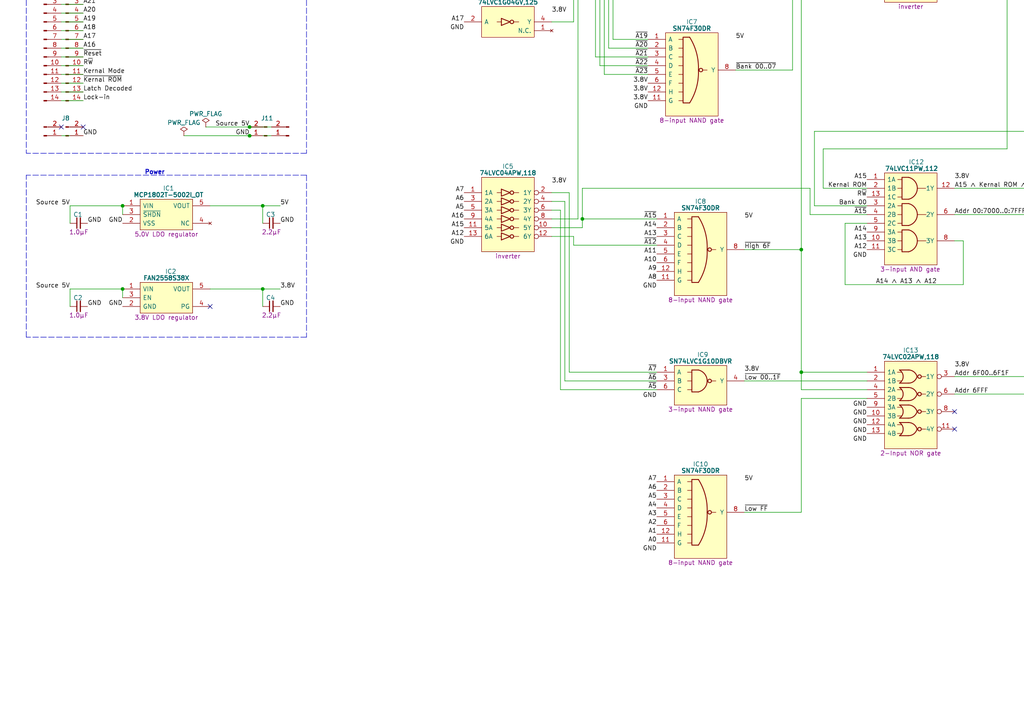
<source format=kicad_sch>
(kicad_sch (version 20211123) (generator eeschema)
  (paper "A4")
  (junction (at 372.11 0))
  (junction (at 35.56 83.82))
  (junction (at 173.99 -15.24))
  (junction (at 168.91 63.5))
  (junction (at 35.56 59.69))
  (junction (at 176.53 -20.32))
  (junction (at 72.39 39.37))
  (junction (at 232.41 107.95))
  (junction (at 308.61 39.37))
  (junction (at 175.26 -17.78))
  (junction (at 303.53 -13.97))
  (junction (at 177.8 -22.86))
  (junction (at 76.2 83.82))
  (junction (at 325.12 30.48))
  (junction (at 308.61 86.36))
  (junction (at 76.2 59.69))
  (junction (at 308.61 -3.81))
  (junction (at 308.61 106.68))
  (junction (at 232.41 72.39))
  (junction (at 72.39 36.83))
  (junction (at 308.61 38.1))
  (junction (at 172.72 -12.7))
  (no_connect (at 78.74 -13.97))
  (no_connect (at 276.86 -6.35))
  (no_connect (at 276.86 -3.81))
  (no_connect (at 276.86 119.38))
  (no_connect (at 276.86 124.46))
  (no_connect (at 547.37 66.04))
  (no_connect (at 547.37 100.33))
  (no_connect (at 24.13 36.83))
  (no_connect (at 78.74 -11.43))
  (no_connect (at 294.64 -57.15))
  (no_connect (at 274.32 -57.15))
  (no_connect (at 72.39 -11.43))
  (no_connect (at 60.96 88.9))
  (no_connect (at 353.06 50.8))
  (no_connect (at 353.06 55.88))
  (no_connect (at 72.39 -13.97))
  (no_connect (at 78.74 -59.69))
  (no_connect (at 72.39 -59.69))
  (no_connect (at 267.97 -67.31))
  (no_connect (at 267.97 -69.85))
  (no_connect (at 274.32 -83.82))
  (no_connect (at 294.64 -83.82))
  (no_connect (at 17.78 36.83))
  (no_connect (at 353.06 124.46))
  (wire (pts (xy 492.76 40.64) (xy 510.54 40.64)))
  (wire (pts (xy 325.12 -6.35) (xy 325.12 30.48)))
  (wire (pts (xy 17.78 13.97) (xy 24.13 13.97)))
  (wire (pts (xy 78.74 36.83) (xy 72.39 36.83)))
  (wire (pts (xy 502.92 55.88) (xy 502.92 102.87)))
  (wire (pts (xy 276.86 114.3) (xy 302.26 114.3)))
  (wire (pts (xy 511.81 38.1) (xy 511.81 53.34)))
  (wire (pts (xy 353.06 0) (xy 372.11 0)))
  (wire (pts (xy 381 81.28) (xy 355.6 81.28)))
  (wire (pts (xy 232.41 113.03) (xy 251.46 113.03)))
  (wire (pts (xy 267.97 -62.23) (xy 274.32 -62.23)))
  (wire (pts (xy 187.96 -7.62) (xy 167.64 -7.62)))
  (wire (pts (xy 20.32 59.69) (xy 35.56 59.69)))
  (wire (pts (xy 276.86 62.23) (xy 298.45 62.23)))
  (wire (pts (xy 299.72 -81.28) (xy 294.64 -81.28)))
  (wire (pts (xy 276.86 -16.51) (xy 308.61 -16.51)))
  (wire (pts (xy 373.38 71.12) (xy 381 71.12)))
  (wire (pts (xy 353.06 -10.16) (xy 436.88 -10.16)))
  (wire (pts (xy 273.05 -72.39) (xy 273.05 -76.2)))
  (wire (pts (xy 168.91 63.5) (xy 190.5 63.5)))
  (wire (pts (xy 17.78 -62.23) (xy 24.13 -62.23)))
  (wire (pts (xy 294.64 -62.23) (xy 300.99 -62.23)))
  (wire (pts (xy 353.06 40.64) (xy 467.36 40.64)))
  (wire (pts (xy 236.22 38.1) (xy 236.22 59.69)))
  (wire (pts (xy 78.74 -6.35) (xy 72.39 -6.35)))
  (wire (pts (xy 298.45 -1.27) (xy 327.66 -1.27)))
  (wire (pts (xy 276.86 -13.97) (xy 303.53 -13.97)))
  (wire (pts (xy 322.58 -11.43) (xy 327.66 -11.43)))
  (wire (pts (xy 271.78 -74.93) (xy 267.97 -74.93)))
  (wire (pts (xy 17.78 1.27) (xy 24.13 1.27)))
  (wire (pts (xy 187.96 11.43) (xy 177.8 11.43)))
  (wire (pts (xy 179.07 -17.78) (xy 187.96 -17.78)))
  (wire (pts (xy 300.99 -83.82) (xy 300.99 -78.74)))
  (wire (pts (xy 299.72 -49.53) (xy 306.07 -49.53)))
  (wire (pts (xy 251.46 115.57) (xy 232.41 115.57)))
  (wire (pts (xy 406.4 73.66) (xy 414.02 73.66)))
  (polyline (pts (xy 7.62 97.79) (xy 7.62 50.8)))
  (wire (pts (xy 353.06 -15.24) (xy 355.6 -15.24)))
  (wire (pts (xy 165.1 107.95) (xy 190.5 107.95)))
  (wire (pts (xy 17.78 -59.69) (xy 24.13 -59.69)))
  (wire (pts (xy 320.04 54.61) (xy 276.86 54.61)))
  (wire (pts (xy 377.19 60.96) (xy 377.19 78.74)))
  (wire (pts (xy 17.78 -21.59) (xy 24.13 -21.59)))
  (wire (pts (xy 308.61 106.68) (xy 327.66 106.68)))
  (wire (pts (xy 232.41 107.95) (xy 251.46 107.95)))
  (wire (pts (xy 177.8 -22.86) (xy 177.8 11.43)))
  (wire (pts (xy 355.6 45.72) (xy 355.6 30.48)))
  (wire (pts (xy 267.97 -64.77) (xy 274.32 -64.77)))
  (wire (pts (xy 381 73.66) (xy 372.11 73.66)))
  (wire (pts (xy 17.78 8.89) (xy 24.13 8.89)))
  (wire (pts (xy 406.4 81.28) (xy 440.69 81.28)))
  (wire (pts (xy 276.86 109.22) (xy 327.66 109.22)))
  (wire (pts (xy 238.76 43.18) (xy 238.76 54.61)))
  (polyline (pts (xy 7.62 -68.58) (xy 7.62 44.45)))
  (wire (pts (xy 78.74 39.37) (xy 72.39 39.37)))
  (wire (pts (xy 294.64 -64.77) (xy 306.07 -64.77)))
  (wire (pts (xy 215.9 110.49) (xy 251.46 110.49)))
  (wire (pts (xy 374.65 88.9) (xy 381 88.9)))
  (wire (pts (xy 234.95 54.61) (xy 234.95 62.23)))
  (wire (pts (xy 439.42 50.8) (xy 467.36 50.8)))
  (wire (pts (xy 166.37 68.58) (xy 160.02 68.58)))
  (wire (pts (xy 372.11 0) (xy 435.61 0)))
  (wire (pts (xy 173.99 19.05) (xy 187.96 19.05)))
  (wire (pts (xy 270.51 -77.47) (xy 270.51 -81.28)))
  (wire (pts (xy 17.78 24.13) (xy 24.13 24.13)))
  (wire (pts (xy 17.78 11.43) (xy 24.13 11.43)))
  (wire (pts (xy 173.99 -15.24) (xy 187.96 -15.24)))
  (wire (pts (xy 300.99 -78.74) (xy 294.64 -78.74)))
  (wire (pts (xy 300.99 -62.23) (xy 300.99 -57.15)))
  (wire (pts (xy 467.36 38.1) (xy 436.88 38.1)))
  (wire (pts (xy 173.99 -15.24) (xy 173.99 19.05)))
  (wire (pts (xy 492.76 50.8) (xy 505.46 50.8)))
  (wire (pts (xy 163.83 110.49) (xy 190.5 110.49)))
  (wire (pts (xy 215.9 72.39) (xy 232.41 72.39)))
  (wire (pts (xy 232.41 107.95) (xy 232.41 113.03)))
  (wire (pts (xy 509.27 43.18) (xy 509.27 58.42)))
  (polyline (pts (xy 88.9 97.79) (xy 7.62 97.79)))
  (wire (pts (xy 308.61 -3.81) (xy 308.61 -16.51)))
  (wire (pts (xy 279.4 82.55) (xy 245.11 82.55)))
  (wire (pts (xy 294.64 -59.69) (xy 299.72 -59.69)))
  (wire (pts (xy 160.02 58.42) (xy 163.83 58.42)))
  (wire (pts (xy 414.02 73.66) (xy 414.02 60.96)))
  (wire (pts (xy 504.19 100.33) (xy 521.97 100.33)))
  (wire (pts (xy 17.78 -44.45) (xy 24.13 -44.45)))
  (wire (pts (xy 166.37 71.12) (xy 190.5 71.12)))
  (wire (pts (xy 303.53 83.82) (xy 303.53 -13.97)))
  (wire (pts (xy 172.72 -12.7) (xy 179.07 -12.7)))
  (wire (pts (xy 510.54 55.88) (xy 521.97 55.88)))
  (wire (pts (xy 353.06 -5.08) (xy 373.38 -5.08)))
  (wire (pts (xy 160.02 -25.4) (xy 187.96 -25.4)))
  (wire (pts (xy 294.64 -76.2) (xy 306.07 -76.2)))
  (wire (pts (xy 232.41 148.59) (xy 215.9 148.59)))
  (wire (pts (xy 20.32 83.82) (xy 20.32 88.9)))
  (polyline (pts (xy 88.9 50.8) (xy 88.9 97.79)))
  (wire (pts (xy 353.06 38.1) (xy 359.41 38.1)))
  (wire (pts (xy 245.11 82.55) (xy 245.11 64.77)))
  (wire (pts (xy 322.58 -16.51) (xy 327.66 -16.51)))
  (wire (pts (xy 436.88 38.1) (xy 436.88 -10.16)))
  (wire (pts (xy 168.91 54.61) (xy 234.95 54.61)))
  (wire (pts (xy 229.87 -13.97) (xy 229.87 20.32)))
  (wire (pts (xy 179.07 -12.7) (xy 179.07 -17.78)))
  (wire (pts (xy 229.87 -13.97) (xy 251.46 -13.97)))
  (wire (pts (xy 78.74 -3.81) (xy 72.39 -3.81)))
  (wire (pts (xy 292.1 43.18) (xy 238.76 43.18)))
  (wire (pts (xy 78.74 -8.89) (xy 72.39 -8.89)))
  (wire (pts (xy 325.12 30.48) (xy 325.12 41.91)))
  (wire (pts (xy 308.61 114.3) (xy 308.61 106.68)))
  (wire (pts (xy 308.61 86.36) (xy 308.61 106.68)))
  (wire (pts (xy 160.02 -15.24) (xy 173.99 -15.24)))
  (wire (pts (xy 327.66 46.99) (xy 320.04 46.99)))
  (wire (pts (xy 308.61 86.36) (xy 381 86.36)))
  (wire (pts (xy 355.6 -25.4) (xy 325.12 -25.4)))
  (wire (pts (xy 505.46 50.8) (xy 505.46 97.79)))
  (wire (pts (xy 353.06 109.22) (xy 438.15 109.22)))
  (wire (pts (xy 511.81 53.34) (xy 521.97 53.34)))
  (wire (pts (xy 306.07 -91.44) (xy 299.72 -91.44)))
  (wire (pts (xy 355.6 116.84) (xy 353.06 116.84)))
  (wire (pts (xy 176.53 -20.32) (xy 187.96 -20.32)))
  (wire (pts (xy 17.78 -3.81) (xy 24.13 -3.81)))
  (wire (pts (xy 353.06 45.72) (xy 355.6 45.72)))
  (wire (pts (xy 267.97 -59.69) (xy 274.32 -59.69)))
  (wire (pts (xy 327.66 -6.35) (xy 325.12 -6.35)))
  (wire (pts (xy 160.02 55.88) (xy 165.1 55.88)))
  (wire (pts (xy 78.74 -21.59) (xy 72.39 -21.59)))
  (wire (pts (xy 187.96 -12.7) (xy 180.34 -12.7)))
  (wire (pts (xy 274.32 -78.74) (xy 271.78 -78.74)))
  (wire (pts (xy 510.54 40.64) (xy 510.54 55.88)))
  (wire (pts (xy 279.4 69.85) (xy 279.4 82.55)))
  (wire (pts (xy 17.78 -36.83) (xy 24.13 -36.83)))
  (wire (pts (xy 167.64 -7.62) (xy 167.64 63.5)))
  (wire (pts (xy 172.72 16.51) (xy 187.96 16.51)))
  (wire (pts (xy 17.78 -39.37) (xy 24.13 -39.37)))
  (wire (pts (xy 17.78 16.51) (xy 24.13 16.51)))
  (wire (pts (xy 180.34 -12.7) (xy 180.34 -19.05)))
  (wire (pts (xy 17.78 6.35) (xy 24.13 6.35)))
  (wire (pts (xy 372.11 73.66) (xy 372.11 0)))
  (wire (pts (xy 308.61 -3.81) (xy 327.66 -3.81)))
  (wire (pts (xy 17.78 -49.53) (xy 24.13 -49.53)))
  (wire (pts (xy 180.34 -19.05) (xy 175.26 -19.05)))
  (wire (pts (xy 172.72 -12.7) (xy 172.72 16.51)))
  (wire (pts (xy 166.37 -10.16) (xy 166.37 6.35)))
  (wire (pts (xy 267.97 -77.47) (xy 270.51 -77.47)))
  (wire (pts (xy 300.99 -57.15) (xy 306.07 -57.15)))
  (wire (pts (xy 17.78 -13.97) (xy 24.13 -13.97)))
  (wire (pts (xy 160.02 63.5) (xy 167.64 63.5)))
  (wire (pts (xy 17.78 19.05) (xy 24.13 19.05)))
  (polyline (pts (xy 88.9 -68.58) (xy 88.9 44.45)))
  (wire (pts (xy 162.56 113.03) (xy 190.5 113.03)))
  (wire (pts (xy 162.56 60.96) (xy 162.56 113.03)))
  (wire (pts (xy 17.78 -26.67) (xy 24.13 -26.67)))
  (wire (pts (xy 17.78 -24.13) (xy 24.13 -24.13)))
  (wire (pts (xy 353.06 -17.78) (xy 359.41 -17.78)))
  (wire (pts (xy 505.46 97.79) (xy 521.97 97.79)))
  (wire (pts (xy 320.04 46.99) (xy 320.04 54.61)))
  (wire (pts (xy 467.36 53.34) (xy 435.61 53.34)))
  (wire (pts (xy 492.76 45.72) (xy 508 45.72)))
  (wire (pts (xy 17.78 -16.51) (xy 24.13 -16.51)))
  (wire (pts (xy 187.96 21.59) (xy 175.26 21.59)))
  (wire (pts (xy 78.74 -19.05) (xy 72.39 -19.05)))
  (wire (pts (xy 187.96 -10.16) (xy 166.37 -10.16)))
  (wire (pts (xy 17.78 -31.75) (xy 24.13 -31.75)))
  (wire (pts (xy 160.02 60.96) (xy 162.56 60.96)))
  (wire (pts (xy 238.76 54.61) (xy 251.46 54.61)))
  (wire (pts (xy 355.6 81.28) (xy 355.6 116.84)))
  (wire (pts (xy 17.78 29.21) (xy 24.13 29.21)))
  (wire (pts (xy 355.6 -15.24) (xy 355.6 -25.4)))
  (wire (pts (xy 213.36 20.32) (xy 229.87 20.32)))
  (wire (pts (xy 327.66 114.3) (xy 308.61 114.3)))
  (wire (pts (xy 168.91 54.61) (xy 168.91 63.5)))
  (wire (pts (xy 325.12 -8.89) (xy 327.66 -8.89)))
  (wire (pts (xy 76.2 59.69) (xy 81.28 59.69)))
  (wire (pts (xy 271.78 -78.74) (xy 271.78 -74.93)))
  (wire (pts (xy 163.83 58.42) (xy 163.83 110.49)))
  (wire (pts (xy 303.53 -13.97) (xy 327.66 -13.97)))
  (wire (pts (xy 308.61 38.1) (xy 308.61 -3.81)))
  (wire (pts (xy 17.78 -1.27) (xy 24.13 -1.27)))
  (wire (pts (xy 504.19 53.34) (xy 504.19 100.33)))
  (wire (pts (xy 492.76 38.1) (xy 511.81 38.1)))
  (wire (pts (xy 508 60.96) (xy 521.97 60.96)))
  (wire (pts (xy 160.02 -12.7) (xy 172.72 -12.7)))
  (wire (pts (xy 355.6 30.48) (xy 325.12 30.48)))
  (polyline (pts (xy 88.9 50.8) (xy 7.62 50.8)))
  (wire (pts (xy 17.78 -46.99) (xy 24.13 -46.99)))
  (wire (pts (xy 166.37 71.12) (xy 166.37 68.58)))
  (wire (pts (xy 267.97 -72.39) (xy 273.05 -72.39)))
  (wire (pts (xy 251.46 59.69) (xy 236.22 59.69)))
  (wire (pts (xy 502.92 102.87) (xy 521.97 102.87)))
  (wire (pts (xy 35.56 83.82) (xy 35.56 86.36)))
  (wire (pts (xy 435.61 53.34) (xy 435.61 0)))
  (wire (pts (xy 509.27 58.42) (xy 521.97 58.42)))
  (wire (pts (xy 17.78 21.59) (xy 24.13 21.59)))
  (wire (pts (xy 232.41 72.39) (xy 232.41 107.95)))
  (wire (pts (xy 72.39 39.37) (xy 53.34 39.37)))
  (wire (pts (xy 17.78 39.37) (xy 24.13 39.37)))
  (wire (pts (xy 176.53 13.97) (xy 187.96 13.97)))
  (wire (pts (xy 160.02 -20.32) (xy 176.53 -20.32)))
  (wire (pts (xy 438.15 43.18) (xy 438.15 109.22)))
  (wire (pts (xy 308.61 38.1) (xy 236.22 38.1)))
  (wire (pts (xy 17.78 -11.43) (xy 24.13 -11.43)))
  (wire (pts (xy 76.2 83.82) (xy 81.28 83.82)))
  (wire (pts (xy 168.91 63.5) (xy 168.91 66.04)))
  (wire (pts (xy 492.76 43.18) (xy 509.27 43.18)))
  (wire (pts (xy 302.26 114.3) (xy 302.26 91.44)))
  (wire (pts (xy 160.02 -22.86) (xy 177.8 -22.86)))
  (wire (pts (xy 302.26 91.44) (xy 381 91.44)))
  (wire (pts (xy 308.61 39.37) (xy 308.61 38.1)))
  (wire (pts (xy 213.36 -16.51) (xy 251.46 -16.51)))
  (wire (pts (xy 232.41 72.39) (xy 232.41 -8.89)))
  (wire (pts (xy 276.86 69.85) (xy 279.4 69.85)))
  (wire (pts (xy 492.76 48.26) (xy 506.73 48.26)))
  (wire (pts (xy 506.73 95.25) (xy 521.97 95.25)))
  (wire (pts (xy 76.2 59.69) (xy 76.2 64.77)))
  (wire (pts (xy 78.74 -62.23) (xy 72.39 -62.23)))
  (wire (pts (xy 76.2 83.82) (xy 76.2 88.9)))
  (wire (pts (xy 298.45 62.23) (xy 298.45 -1.27)))
  (wire (pts (xy 17.78 -19.05) (xy 24.13 -19.05)))
  (wire (pts (xy 17.78 -29.21) (xy 24.13 -29.21)))
  (wire (pts (xy 325.12 -25.4) (xy 325.12 -8.89)))
  (wire (pts (xy 308.61 39.37) (xy 308.61 86.36)))
  (wire (pts (xy 508 45.72) (xy 508 60.96)))
  (wire (pts (xy 276.86 -11.43) (xy 292.1 -11.43)))
  (wire (pts (xy 299.72 -91.44) (xy 299.72 -81.28)))
  (wire (pts (xy 175.26 -17.78) (xy 175.26 21.59)))
  (wire (pts (xy 299.72 -59.69) (xy 299.72 -49.53)))
  (wire (pts (xy 506.73 48.26) (xy 506.73 95.25)))
  (wire (pts (xy 353.06 106.68) (xy 359.41 106.68)))
  (wire (pts (xy 245.11 64.77) (xy 251.46 64.77)))
  (wire (pts (xy 175.26 -19.05) (xy 175.26 -17.78)))
  (wire (pts (xy 492.76 55.88) (xy 502.92 55.88)))
  (wire (pts (xy 72.39 36.83) (xy 59.69 36.83)))
  (wire (pts (xy 327.66 116.84) (xy 306.07 116.84)))
  (wire (pts (xy 374.65 76.2) (xy 381 76.2)))
  (wire (pts (xy 306.07 116.84) (xy 306.07 -8.89)))
  (wire (pts (xy 232.41 115.57) (xy 232.41 148.59)))
  (wire (pts (xy 165.1 55.88) (xy 165.1 107.95)))
  (wire (pts (xy 17.78 26.67) (xy 24.13 26.67)))
  (wire (pts (xy 166.37 6.35) (xy 160.02 6.35)))
  (wire (pts (xy 406.4 88.9) (xy 439.42 88.9)))
  (wire (pts (xy 322.58 3.81) (xy 327.66 3.81)))
  (wire (pts (xy 306.07 -8.89) (xy 276.86 -8.89)))
  (wire (pts (xy 414.02 60.96) (xy 377.19 60.96)))
  (wire (pts (xy 20.32 83.82) (xy 35.56 83.82)))
  (wire (pts (xy 308.61 39.37) (xy 327.66 39.37)))
  (wire (pts (xy 467.36 43.18) (xy 438.15 43.18)))
  (wire (pts (xy 234.95 62.23) (xy 251.46 62.23)))
  (wire (pts (xy 325.12 41.91) (xy 327.66 41.91)))
  (wire (pts (xy 381 83.82) (xy 303.53 83.82)))
  (wire (pts (xy 168.91 66.04) (xy 160.02 66.04)))
  (wire (pts (xy 160.02 -17.78) (xy 175.26 -17.78)))
  (wire (pts (xy 35.56 62.23) (xy 35.56 59.69)))
  (wire (pts (xy 439.42 88.9) (xy 439.42 50.8)))
  (wire (pts (xy 377.19 78.74) (xy 381 78.74)))
  (wire (pts (xy 373.38 -5.08) (xy 373.38 71.12)))
  (wire (pts (xy 60.96 83.82) (xy 76.2 83.82)))
  (wire (pts (xy 176.53 -20.32) (xy 176.53 13.97)))
  (polyline (pts (xy 88.9 44.45) (xy 7.62 44.45)))
  (wire (pts (xy 177.8 -22.86) (xy 187.96 -22.86)))
  (wire (pts (xy 273.05 -76.2) (xy 274.32 -76.2)))
  (wire (pts (xy 467.36 55.88) (xy 440.69 55.88)))
  (wire (pts (xy 20.32 59.69) (xy 20.32 64.77)))
  (wire (pts (xy 17.78 3.81) (xy 24.13 3.81)))
  (wire (pts (xy 492.76 53.34) (xy 504.19 53.34)))
  (wire (pts (xy 270.51 -81.28) (xy 274.32 -81.28)))
  (wire (pts (xy 440.69 55.88) (xy 440.69 81.28)))
  (wire (pts (xy 322.58 1.27) (xy 327.66 1.27)))
  (polyline (pts (xy 7.62 -68.58) (xy 88.9 -68.58)))
  (wire (pts (xy 60.96 59.69) (xy 76.2 59.69)))
  (wire (pts (xy 78.74 -16.51) (xy 72.39 -16.51)))
  (wire (pts (xy 232.41 -8.89) (xy 251.46 -8.89)))
  (wire (pts (xy 292.1 -11.43) (xy 292.1 43.18)))
  (wire (pts (xy 17.78 -41.91) (xy 24.13 -41.91)))
  (wire (pts (xy 306.07 -83.82) (xy 300.99 -83.82)))
  (wire (pts (xy 17.78 -34.29) (xy 24.13 -34.29)))
  (text "Connectors" (at 40.64 -68.58 0) (effects (font (size 1.27 1.27) (thickness 0.254) bold) (justify left bottom)))
  (text "Power" (at 41.91 50.8 0) (effects (font (size 1.27 1.27) (thickness 0.254) bold) (justify left bottom)))
  (label "3.8V" (at 523.24 -45.72 180))
  (label "GND" (at 467.36 33.02 180))
  (label "~{Special Valid}" (at 242.57 -72.39 180))
  (label "~{Special Valid}_{0}" (at 467.36 43.18 180))
  (label "A23" (at 24.13 -3.81 0))
  (label "Lock-in" (at 521.97 50.8 180))
  (label "GND" (at 521.97 73.66 180))
  (label "5V" (at 508 -27.94 180))
  (label "GND" (at 543.56 -19.05 0))
  (label "3.8V" (at 521.97 68.58 180))
  (label "GND" (at 322.58 3.81 180))
  (label "A10" (at 24.13 -36.83 0))
  (label "GND" (at 251.46 120.65 180))
  (label "Kernal Mode" (at 327.66 111.76 180))
  (label "GND" (at 558.8 -27.94 0))
  (label "~{Main Memory Valid}" (at 547.37 58.42 0))
  (label "3.8V" (at 359.41 106.68 0))
  (label "Latch Decoded" (at 24.13 26.67 0))
  (label "~{Special Valid}_{0}" (at 408.94 109.22 0))
  (label "A21" (at 24.13 1.27 0))
  (label "GND" (at 251.46 -3.81 180))
  (label "~{Reset}" (at 322.58 -11.43 180))
  (label "~{A21}" (at 187.96 -17.78 180))
  (label "Lock-in Address Valid" (at 72.39 -8.89 180))
  (label "Addr 00:7000..0:7FFF" (at 276.86 62.23 0))
  (label "A7" (at 190.5 139.7 180))
  (label "A22" (at 134.62 -15.24 180))
  (label "GND" (at 513.08 -27.94 0))
  (label "~{LED Enable}" (at 24.13 -59.69 0))
  (label "Kernal Mode" (at 322.58 -16.51 180))
  (label "~{A12}" (at 190.5 71.12 180))
  (label "Internal Memory Valid_{0}" (at 467.36 55.88 180))
  (label "3.8V" (at 215.9 107.95 0))
  (label "A1" (at 24.13 -13.97 0))
  (label "3.8V" (at 523.24 -19.05 180))
  (label "((A15 ∧ Kernal ROM ∧ R~{W}) ∧ Kernal Mode) ⊼ Bank 00" (at 353.06 -5.08 0))
  (label "5V" (at 242.57 -80.01 180))
  (label "A13" (at 24.13 -44.45 0))
  (label "Lock-in Address Valid_{0 and 1}" (at 408.94 88.9 0))
  (label "3.8V" (at 521.97 63.5 180))
  (label "3.8V" (at 553.72 -19.05 180))
  (label "~{A19}" (at 187.96 11.43 180))
  (label "GND" (at 72.39 39.37 180))
  (label "Kernal Mode ⊼ Bank NT" (at 327.66 -25.4 0))
  (label "A13" (at 190.5 68.58 180))
  (label "GND" (at 528.32 -36.83 0))
  (label "~{A5}" (at 190.5 113.03 180))
  (label "Bank 00" (at 374.65 86.36 180))
  (label "GND" (at 24.13 39.37 0))
  (label "GND" (at 25.4 64.77 0))
  (label "A2" (at 190.5 152.4 180))
  (label "Main Memory Valid_{0}" (at 408.94 -10.16 0))
  (label "A3" (at 24.13 -19.05 0))
  (label "3.8V" (at 492.76 33.02 0))
  (label "Bank 00..07" (at 276.86 -13.97 0))
  (label "~{A23}" (at 187.96 -12.7 180))
  (label "GND" (at 190.5 160.02 180))
  (label "Internal Memory Valid" (at 547.37 107.95 0))
  (label "Kernal ROM" (at 251.46 54.61 180))
  (label "GND" (at 327.66 59.69 180))
  (label "Internal Memory Valid_{0}" (at 408.94 81.28 0))
  (label "A14" (at 190.5 66.04 180))
  (label "Source 5V" (at 20.32 59.69 180))
  (label "GND" (at 35.56 64.77 180))
  (label "GND" (at 327.66 129.54 180))
  (label "Kernal ROM" (at 276.86 -11.43 0))
  (label "3.8V" (at 276.86 52.07 0))
  (label "ROM Valid_{0}" (at 467.36 40.64 180))
  (label "~{A16}" (at 187.96 -7.62 180))
  (label "~{A15}" (at 190.5 63.5 180))
  (label "A18" (at 134.62 -25.4 180))
  (label "GND" (at 513.08 -36.83 0))
  (label "GND" (at 251.46 -6.35 180))
  (label "GND" (at 327.66 121.92 180))
  (label "A5" (at 24.13 -24.13 0))
  (label "A22" (at 24.13 -1.27 0))
  (label "GND" (at 190.5 115.57 180))
  (label "Kernal Mode" (at 327.66 119.38 180))
  (label "A15 ∧ Kernal ROM ∧ R~{W}" (at 276.86 54.61 0))
  (label "3.8V" (at 359.41 -17.78 0))
  (label "Addr 6FFF" (at 374.65 91.44 180))
  (label "Addr 6FFF" (at 276.86 114.3 0))
  (label "GND" (at 187.96 -5.08 180))
  (label "A17" (at 24.13 11.43 0))
  (label "A7" (at 134.62 55.88 180))
  (label "GND" (at 381 93.98 180))
  (label "GND" (at 528.32 -19.05 0))
  (label "~{A20}" (at 187.96 -20.32 180))
  (label "5V" (at 215.9 63.5 0))
  (label "GND" (at 521.97 48.26 180))
  (label "~{A22}" (at 187.96 -15.24 180))
  (label "A15" (at 134.62 66.04 180))
  (label "GND" (at 467.36 45.72 180))
  (label "GND" (at 497.84 -29.21 0))
  (label "R~{W}" (at 251.46 57.15 180))
  (label "~{Kernal ROM}" (at 251.46 -11.43 180))
  (label "GND" (at 327.66 127 180))
  (label "GND" (at 134.62 8.89 180))
  (label "~{Device Valid}_{0}" (at 467.36 53.34 180))
  (label "A16" (at 24.13 13.97 0))
  (label "~{Device Valid}" (at 72.39 -6.35 180))
  (label "GND" (at 72.39 -62.23 180))
  (label "3.8V" (at 187.96 26.67 180))
  (label "A7" (at 24.13 -29.21 0))
  (label "~{Main Memory Valid}" (at 242.57 -77.47 180))
  (label "GND" (at 327.66 57.15 180))
  (label "Lock-in" (at 24.13 29.21 0))
  (label "3.8V" (at 523.24 -36.83 180))
  (label "3.8V" (at 160.02 3.81 0))
  (label "3.8V" (at 538.48 -19.05 180))
  (label "Latch Decoded" (at 467.36 35.56 180))
  (label "3.8V" (at 276.86 -19.05 0))
  (label "(A15 ∧ Kernal ROM ∧ R~{W}) ∧ Kernal Mode" (at 327.66 30.48 0))
  (label "5V" (at 492.76 -36.83 180))
  (label "GND" (at 528.32 -45.72 0))
  (label "3.8V" (at 187.96 29.21 180))
  (label "3.8V" (at 538.48 -36.83 180))
  (label "Source 5V" (at 20.32 83.82 180))
  (label "~{Device Valid}" (at 242.57 -62.23 180))
  (label "GND" (at 187.96 31.75 180))
  (label "A3" (at 190.5 149.86 180))
  (label "A17" (at 134.62 6.35 180))
  (label "~{Kernal ROM}" (at 24.13 24.13 0))
  (label "A10" (at 190.5 76.2 180))
  (label "A6" (at 190.5 142.24 180))
  (label "ROM Valid" (at 72.39 -19.05 180))
  (label "3.8V" (at 547.37 48.26 0))
  (label "GND" (at 251.46 125.73 180))
  (label "3.8V" (at 160.02 53.34 0))
  (label "GND" (at 513.08 -19.05 0))
  (label "GND" (at 327.66 54.61 180))
  (label "~{A23}" (at 187.96 21.59 180))
  (label "3.8V" (at 359.41 38.1 0))
  (label "R~{W}" (at 24.13 19.05 0))
  (label "3.8V" (at 538.48 -45.72 180))
  (label "3.8V" (at 81.28 83.82 0))
  (label "Kernal Mode" (at 374.65 76.2 180))
  (label "GND" (at 251.46 128.27 180))
  (label "~{Special Valid}" (at 72.39 -16.51 180))
  (label "A12" (at 251.46 72.39 180))
  (label "~{A18}" (at 187.96 -25.4 180))
  (label "GND" (at 25.4 88.9 0))
  (label "3.8V" (at 276.86 106.68 0))
  (label "GND" (at 24.13 -62.23 0))
  (label "~{Low 00..1F}" (at 215.9 110.49 0))
  (label "Kernal Mode" (at 322.58 1.27 180))
  (label "GND" (at 543.56 -27.94 0))
  (label "GND" (at 521.97 115.57 180))
  (label "A20" (at 134.62 -20.32 180))
  (label "GND" (at 497.84 -36.83 0))
  (label "Kernal Mode" (at 327.66 44.45 180))
  (label "A19" (at 134.62 -22.86 180))
  (label "~{Bank 00..07}" (at 213.36 20.32 0))
  (label "GND" (at 521.97 66.04 180))
  (label "GND" (at 81.28 64.77 0))
  (label "GND" (at 497.84 -45.72 0))
  (label "GND" (at 558.8 -45.72 0))
  (label "3.8V" (at 538.48 -27.94 180))
  (label "~{LED Enable}" (at 242.57 -82.55 180))
  (label "3.8V" (at 160.02 -27.94 0))
  (label "GND" (at 558.8 -19.05 0))
  (label "Lock-in Address Valid" (at 547.37 102.87 0))
  (label "A14 ∧ A13 ∧ A12" (at 254 82.55 0))
  (label "A8" (at 24.13 -31.75 0))
  (label "~{A17}" (at 187.96 -10.16 180))
  (label "3.8V" (at 521.97 113.03 180))
  (label "GND" (at 327.66 52.07 180))
  (label "~{High 6F}" (at 215.9 72.39 0))
  (label "GND" (at 467.36 58.42 180))
  (label "Lock-in Address Valid_{0 and 1}" (at 521.97 107.95 180))
  (label "A14" (at 251.46 67.31 180))
  (label "A23" (at 134.62 -17.78 180))
  (label "GND" (at 327.66 124.46 180))
  (label "GND" (at 251.46 123.19 180))
  (label "A6" (at 134.62 58.42 180))
  (label "A5" (at 190.5 144.78 180))
  (label "~{Bank 00}" (at 213.36 -16.51 0))
  (label "3.8V" (at 508 -36.83 180))
  (label "Lock-in" (at 521.97 92.71 180))
  (label "A12" (at 134.62 68.58 180))
  (label "Internal Memory Valid" (at 242.57 -59.69 180))
  (label "GND" (at 327.66 49.53 180))
  (label "A18" (at 24.13 8.89 0))
  (label "Bank 00" (at 251.46 59.69 180))
  (label "~{A6}" (at 190.5 110.49 180))
  (label "Kernal Mode" (at 24.13 21.59 0))
  (label "ROM Valid" (at 547.37 60.96 0))
  (label "A13" (at 251.46 69.85 180))
  (label "3.8V" (at 547.37 90.17 0))
  (label "3.8V" (at 523.24 -27.94 180))
  (label "GND" (at 242.57 -69.85 180))
  (label "A8" (at 190.5 81.28 180))
  (label "GND" (at 242.57 -67.31 180))
  (label "GND" (at 190.5 83.82 180))
  (label "A20" (at 24.13 3.81 0))
  (label "A9" (at 24.13 -34.29 0))
  (label "GND" (at 558.8 -36.83 0))
  (label "GND" (at 242.57 -57.15 180))
  (label "Source 5V" (at 72.39 36.83 180))
  (label "GND" (at 35.56 88.9 180))
  (label "A0" (at 24.13 -11.43 0))
  (label "3.8V" (at 521.97 110.49 180))
  (label "A14" (at 24.13 -46.99 0))
  (label "A1" (at 190.5 154.94 180))
  (label "3.8V" (at 553.72 -27.94 180))
  (label "3.8V" (at 508 -19.05 180))
  (label "3.8V" (at 406.4 71.12 0))
  (label "~{Low FF}" (at 215.9 148.59 0))
  (label "GND" (at 251.46 -1.27 180))
  (label "GND" (at 528.32 -27.94 0))
  (label "GND" (at 134.62 -10.16 180))
  (label "Lock-in Address Valid" (at 242.57 -64.77 180))
  (label "GND" (at 251.46 118.11 180))
  (label "5V" (at 267.97 -82.55 0))
  (label "Main Memory Valid_{0}" (at 467.36 38.1 180))
  (label "~{Device Valid}_{0}" (at 408.94 0 0))
  (label "GND" (at 521.97 90.17 180))
  (label "5V" (at 213.36 -25.4 0))
  (label "Bank 00" (at 327.66 114.3 180))
  (label "5V" (at 81.28 59.69 0))
  (label "A0" (at 190.5 157.48 180))
  (label "Lock-in Address Valid_{0 and 1}" (at 467.36 50.8 180))
  (label "5V" (at 492.76 -29.21 180))
  (label "A5" (at 134.62 60.96 180))
  (label "High 6F" (at 276.86 -8.89 0))
  (label "A15" (at 24.13 -49.53 0))
  (label "~{Reset}" (at 24.13 16.51 0))
  (label "A4" (at 190.5 147.32 180))
  (label "GND" (at 521.97 105.41 180))
  (label "~{A21}" (at 187.96 16.51 180))
  (label "Kernal Mode" (at 374.65 88.9 180))
  (label "GND" (at 521.97 71.12 180))
  (label "3.8V" (at 553.72 -45.72 180))
  (label "~{Device Valid}" (at 547.37 105.41 0))
  (label "GND" (at 81.28 88.9 0))
  (label "A21" (at 134.62 -12.7 180))
  (label "5V" (at 506.73 -45.72 180))
  (label "Addr 6F00..6F1F" (at 276.86 109.22 0))
  (label "A6" (at 24.13 -26.67 0))
  (label "ROM Valid" (at 242.57 -74.93 180))
  (label "GND" (at 134.62 71.12 180))
  (label "Bank 00..07" (at 374.65 83.82 180))
  (label "GND" (at 251.46 74.93 180))
  (label "Bank 00" (at 276.86 -16.51 0))
  (label "A2" (at 24.13 -16.51 0))
  (label "5V" (at 215.9 139.7 0))
  (label "ROM Valid_{0}" (at 408.94 40.64 0))
  (label "~{A15}" (at 251.46 62.23 180))
  (label "~{Special Valid}" (at 547.37 63.5 0))
  (label "Bank 00" (at 327.66 106.68 180))
  (label "5V" (at 213.36 11.43 0))
  (label "~{A19}" (at 187.96 -22.86 180))
  (label "GND" (at 511.81 -45.72 0))
  (label "A9" (at 190.5 78.74 180))
  (label "~{A22}" (at 187.96 19.05 180))
  (label "3.8V" (at 187.96 24.13 180))
  (label "A16" (at 134.62 63.5 180))
  (label "A11" (at 24.13 -39.37 0))
  (label "A11" (at 190.5 73.66 180))
  (label "A15" (at 251.46 52.07 180))
  (label "A12" (at 24.13 -41.91 0))
  (label "GND" (at 543.56 -36.83 0))
  (label "5V" (at 492.76 -45.72 180))
  (label "A19" (at 24.13 6.35 0))
  (label "~{A7}" (at 190.5 107.95 180))
  (label "~{A20}" (at 187.96 13.97 180))
  (label "Internal Memory Valid" (at 72.39 -3.81 180))
  (label "GND" (at 467.36 48.26 180))
  (label "GND" (at 543.56 -45.72 0))
  (label "~{Main Memory Valid}" (at 72.39 -21.59 180))
  (label "3.8V" (at 553.72 -36.83 180))
  (label "A4" (at 24.13 -21.59 0))
  (symbol (lib_id "Connector:Conn_01x02_Male") (at 77.47 39.37 180) (unit 1)
    (property "Reference" "J11" (at 77.47 34.29 0))
    (property "Value" "Conn_01x02_Male" (effects hide))
    (property "Footprint" "Connector_PinHeader_2.54mm:PinHeader_1x02_P2.54mm_Vertical" (effects hide))
  )
  (symbol (lib_id "Connector:Conn_01x14_Male") (at 12.7 11.43 0) (unit 1)
    (property "Reference" "J3" (effects hide))
    (property "Value" "Conn_01x14_Male" (effects hide))
    (property "Footprint" "Connector_PinHeader_2.54mm:PinHeader_1x14_P2.54mm_Vertical" (effects hide))
  )
  (symbol (lib_id "Nexperia:74LVC11PW,112") (at 381 71.12 0) (unit 1)
    (property "Reference" "IC17" (at 393.065 66.04 0) (effects (justify left)))
    (property "Value" "74LVC11PW,112" (at 386.08 67.945 0) (effects (font bold) (justify left)))
    (property "Footprint" "SOP65P640X110-14N" (effects hide))
    (property "Datasheet" "https://assets.nexperia.com/documents/data-sheet/74LVC11.pdf" (effects hide))
    (property "Description" "3-input AND gate" (at 384.81 97.155 0) (effects (justify left)))
    (property "Height" "1.1" (effects hide))
    (property "Mouser Part Number" "771-LVC11PW112" (effects hide))
    (property "Mouser Price/Stock" "https://www.mouser.co.uk/ProductDetail/Nexperia/74LVC11PW112?qs=me8TqzrmIYUpAtZGADtB2w%3D%3D" (effects hide))
    (property "Manufacturer_Name" "Nexperia" (effects hide))
    (property "Manufacturer_Part_Number" "74LVC11PW,112" (effects hide))
  )
  (symbol (lib_id "Nexperia:74LVC1G04GV,125") (at 134.62 3.81 0) (unit 1)
    (property "Reference" "IC4" (at 147.955 -1.27 0))
    (property "Value" "74LVC1G04GV,125" (at 147.32 0.635 0) (effects (font bold)))
    (property "Footprint" "SOT95P275X110-5N" (effects hide))
    (property "Datasheet" "https://assets.nexperia.com/documents/data-sheet/74LVC1G04.pdf" (effects hide))
    (property "Description" "NXP 74LVC1G04GV,125 Inverter, 1.65  5.5 V, 5-Pin SC-74A" (effects hide))
    (property "Height" "1.1" (effects hide))
    (property "Manufacturer_Name" "Nexperia" (effects hide))
    (property "Manufacturer_Part_Number" "74LVC1G04GV,125" (effects hide))
    (property "Mouser Part Number" "771-74LVC1G04GV" (effects hide))
    (property "Mouser Price/Stock" "https://www.mouser.co.uk/ProductDetail/Nexperia/74LVC1G04GV125?qs=me8TqzrmIYW6McwMAxl%2F9w%3D%3D" (effects hide))
    (property "Silkscreen" "74LVC1G04" (effects hide))
  )
  (symbol (lib_id "Nexperia:74LVC573APW,118") (at 467.36 33.02 0) (unit 1)
    (property "Reference" "IC18" (at 480.06 27.94 0))
    (property "Value" "74LVC573APW,118" (at 480.06 29.845 0) (effects (font bold)))
    (property "Footprint" "SOP65P640X110-20N" (effects hide))
    (property "Datasheet" "https://assets.nexperia.com/documents/data-sheet/74LVC573A.pdf" (effects hide))
    (property "Description" "8-bit D-type latch" (at 480.06 61.595 0))
    (property "Height" "1.1" (effects hide))
    (property "Mouser Part Number" "771-74LVC573APW-T" (effects hide))
    (property "Mouser Price/Stock" "https://www.mouser.co.uk/ProductDetail/Nexperia/74LVC573APW118/?qs=me8TqzrmIYU4mlL%252B5pgpig%3D%3D" (effects hide))
    (property "Manufacturer_Name" "Nexperia" (effects hide))
    (property "Manufacturer_Part_Number" "74LVC573APW,118" (effects hide))
  )
  (symbol (lib_id "Connector:Conn_01x02_Male") (at 77.47 -62.23 0) (mirror y) (unit 1)
    (property "Reference" "J9" (at 77.47 -64.77 0))
    (property "Value" "Conn_01x02_Male" (effects hide))
    (property "Footprint" "Connector_PinHeader_2.54mm:PinHeader_1x02_P2.54mm_Vertical" (effects hide))
  )
  (symbol (lib_id "HCP65:C_0805") (at 538.48 -19.05 0) (unit 1)
    (property "Reference" "C17" (at 540.766 -21.59 0))
    (property "Value" "C_0805" (effects hide))
    (property "Footprint" "SamacSys_Parts:C_0805" (effects hide))
    (property "Description" "1nF" (at 541.02 -16.51 0))
  )
  (symbol (lib_id "Nexperia:74LVC11PW,112") (at 251.46 52.07 0) (unit 1)
    (property "Reference" "IC12" (at 263.525 46.99 0) (effects (justify left)))
    (property "Value" "74LVC11PW,112" (at 256.54 48.895 0) (effects (font bold) (justify left)))
    (property "Footprint" "SOP65P640X110-14N" (effects hide))
    (property "Datasheet" "https://assets.nexperia.com/documents/data-sheet/74LVC11.pdf" (effects hide))
    (property "Description" "3-input AND gate" (at 255.27 78.105 0) (effects (justify left)))
    (property "Height" "1.1" (effects hide))
    (property "Mouser Part Number" "771-LVC11PW112" (effects hide))
    (property "Mouser Price/Stock" "https://www.mouser.co.uk/ProductDetail/Nexperia/74LVC11PW112?qs=me8TqzrmIYUpAtZGADtB2w%3D%3D" (effects hide))
    (property "Manufacturer_Name" "Nexperia" (effects hide))
    (property "Manufacturer_Part_Number" "74LVC11PW,112" (effects hide))
  )
  (symbol (lib_id "Wurth_Elektronik:150224SS73100") (at 309.88 -57.15 180) (unit 1)
    (property "Reference" "LED5" (at 309.88 -55.245 0) (effects (justify bottom)))
    (property "Value" "150224SS73100" (effects hide))
    (property "Footprint" "SamacSys_Parts:150224SS73100A" (effects hide))
    (property "Datasheet" "http://www.farnell.com/datasheets/2301711.pdf" (effects hide))
    (property "Description" "red LED" (at 309.88 -60.325 0) (effects (justify bottom)))
    (property "Height" "1.31" (effects hide))
    (property "Manufacturer_Name" "Wurth Elektronik" (effects hide))
    (property "Manufacturer_Part_Number" "150224SS73100" (effects hide))
    (property "Mouser Part Number" "710-150224SS73100" (effects hide))
    (property "Mouser Price/Stock" "https://www.mouser.co.uk/ProductDetail/Wurth-Elektronik/150224SS73100?qs=5aG0NVq1C4xYrTr%2FIVl59g%3D%3D" (effects hide))
    (property "Silkscreen" "red" (effects hide))
  )
  (symbol (lib_id "Texas_Instruments:SN74F30DR") (at 187.96 11.43 0) (unit 1)
    (property "Reference" "IC7" (at 200.66 6.35 0))
    (property "Value" "SN74F30DR" (at 200.66 8.255 0) (effects (font bold)))
    (property "Footprint" "SOIC127P600X175-14N" (effects hide))
    (property "Datasheet" "http://www.ti.com/lit/gpn/sn74f30" (effects hide))
    (property "Description" "8-input NAND gate" (at 200.66 34.925 0))
    (property "Height" "1.75" (effects hide))
    (property "Manufacturer_Name" "Texas Instruments" (effects hide))
    (property "Manufacturer_Part_Number" "SN74F30DR" (effects hide))
    (property "Mouser Part Number" "595-SN74F30DR" (effects hide))
    (property "Mouser Price/Stock" "https://www.mouser.com/Search/Refine.aspx?Keyword=595-SN74F30DR" (effects hide))
  )
  (symbol (lib_id "Texas_Instruments:SN74ABT245BDBR") (at 242.57 -82.55 0) (unit 1)
    (property "Reference" "IC21" (at 255.27 -87.63 0))
    (property "Value" "SN74ABT245BDBR" (at 255.27 -85.725 0) (effects (font bold)))
    (property "Footprint" "SOP65P780X200-20N" (effects hide))
    (property "Datasheet" "http://www.ti.com/lit/gpn/sn74abt245b" (effects hide))
    (property "Description" "8-bit line driver" (at 255.27 -53.975 0))
    (property "Height" "2" (effects hide))
    (property "Manufacturer_Name" "Texas Instruments" (effects hide))
    (property "Manufacturer_Part_Number" "SN74ABT245BDBR" (effects hide))
    (property "Mouser Part Number" "595-SN74ABT245BDBR" (effects hide))
    (property "Mouser Price/Stock" "https://www.mouser.co.uk/ProductDetail/Texas-Instruments/SN74ABT245BDBR?qs=5nGYs9Do7G0kvriH65mtcg%3D%3D" (effects hide))
    (property "Arrow Part Number" "SN74ABT245BDBR" (effects hide))
    (property "Arrow Price/Stock" "https://www.arrow.com/en/products/sn74abt245bdbr/texas-instruments" (effects hide))
  )
  (symbol (lib_id "HCP65:C_0805") (at 538.48 -45.72 0) (unit 1)
    (property "Reference" "C14" (at 540.766 -48.26 0))
    (property "Value" "C_0805" (effects hide))
    (property "Footprint" "SamacSys_Parts:C_0805" (effects hide))
    (property "Description" "1nF" (at 541.02 -43.18 0))
  )
  (symbol (lib_id "HCP65:C_0805") (at 506.73 -45.72 0) (unit 1)
    (property "Reference" "C6" (at 509.016 -48.26 0))
    (property "Value" "C_0805" (effects hide))
    (property "Footprint" "SamacSys_Parts:C_0805" (effects hide))
    (property "Description" "1nF" (at 509.27 -43.18 0))
  )
  (symbol (lib_id "Wurth_Elektronik:150224SS73100") (at 309.88 -91.44 180) (unit 1)
    (property "Reference" "LED1" (at 309.88 -89.535 0) (effects (justify bottom)))
    (property "Value" "150224SS73100" (effects hide))
    (property "Footprint" "SamacSys_Parts:150224SS73100A" (effects hide))
    (property "Datasheet" "http://www.farnell.com/datasheets/2301711.pdf" (effects hide))
    (property "Description" "red LED" (at 309.88 -94.615 0) (effects (justify bottom)))
    (property "Height" "1.31" (effects hide))
    (property "Manufacturer_Name" "Wurth Elektronik" (effects hide))
    (property "Manufacturer_Part_Number" "150224SS73100" (effects hide))
    (property "Mouser Part Number" "710-150224SS73100" (effects hide))
    (property "Mouser Price/Stock" "https://www.mouser.co.uk/ProductDetail/Wurth-Elektronik/150224SS73100?qs=5aG0NVq1C4xYrTr%2FIVl59g%3D%3D" (effects hide))
    (property "Silkscreen" "red" (effects hide))
  )
  (symbol (lib_id "HCP65:C_0805") (at 553.72 -36.83 0) (unit 1)
    (property "Reference" "C19" (at 556.006 -39.37 0))
    (property "Value" "C_0805" (effects hide))
    (property "Footprint" "SamacSys_Parts:C_0805" (effects hide))
    (property "Description" "1nF" (at 556.26 -34.29 0))
  )
  (symbol (lib_id "Nexperia:74ALVC00PW,118") (at 327.66 -16.51 0) (unit 1)
    (property "Reference" "IC14" (at 340.36 -22.86 0))
    (property "Value" "74ALVC00PW,118" (at 340.36 -20.955 0) (effects (font bold)))
    (property "Footprint" "SOP65P640X110-14N" (effects hide))
    (property "Datasheet" "https://assets.nexperia.com/documents/data-sheet/74ALVC00.pdf" (effects hide))
    (property "Description" "2-input NAND gate" (at 339.725 6.985 0))
    (property "Height" "1.1" (effects hide))
    (property "Mouser Part Number" "771-ALVC00PW118" (effects hide))
    (property "Mouser Price/Stock" "https://www.mouser.co.uk/ProductDetail/Nexperia/74ALVC00PW118?qs=P62ublwmbi8qQbo2XtK7yw%3D%3D" (effects hide))
    (property "Manufacturer_Name" "Nexperia" (effects hide))
    (property "Manufacturer_Part_Number" "74ALVC00PW,118" (effects hide))
  )
  (symbol (lib_id "Texas_Instruments:SN74F30DR") (at 190.5 63.5 0) (unit 1)
    (property "Reference" "IC8" (at 203.2 58.42 0))
    (property "Value" "SN74F30DR" (at 203.2 60.325 0) (effects (font bold)))
    (property "Footprint" "SOIC127P600X175-14N" (effects hide))
    (property "Datasheet" "http://www.ti.com/lit/gpn/sn74f30" (effects hide))
    (property "Description" "8-input NAND gate" (at 203.2 86.995 0))
    (property "Height" "1.75" (effects hide))
    (property "Manufacturer_Name" "Texas Instruments" (effects hide))
    (property "Manufacturer_Part_Number" "SN74F30DR" (effects hide))
    (property "Mouser Part Number" "595-SN74F30DR" (effects hide))
    (property "Mouser Price/Stock" "https://www.mouser.com/Search/Refine.aspx?Keyword=595-SN74F30DR" (effects hide))
  )
  (symbol (lib_id "Wurth_Elektronik:150224SS73100") (at 309.88 -49.53 0) (unit 1)
    (property "Reference" "LED6" (at 309.88 -51.435 0) (effects (justify bottom)))
    (property "Value" "150224SS73100" (effects hide))
    (property "Footprint" "SamacSys_Parts:150224SS73100A" (effects hide))
    (property "Datasheet" "http://www.farnell.com/datasheets/2301711.pdf" (effects hide))
    (property "Description" "red LED" (at 309.88 -46.355 0) (effects (justify bottom)))
    (property "Height" "1.31" (effects hide))
    (property "Manufacturer_Name" "Wurth Elektronik" (effects hide))
    (property "Manufacturer_Part_Number" "150224SS73100" (effects hide))
    (property "Mouser Part Number" "710-150224SS73100" (effects hide))
    (property "Mouser Price/Stock" "https://www.mouser.co.uk/ProductDetail/Wurth-Elektronik/150224SS73100?qs=5aG0NVq1C4xYrTr%2FIVl59g%3D%3D" (effects hide))
    (property "Silkscreen" "red" (effects hide))
  )
  (symbol (lib_id "HCP65:C_0805") (at 20.32 64.77 0) (unit 1)
    (property "Reference" "C1" (at 22.606 62.23 0))
    (property "Value" "C_0805" (effects hide))
    (property "Footprint" "SamacSys_Parts:C_0805" (effects hide))
    (property "Description" "1.0µF" (at 22.86 67.31 0))
  )
  (symbol (lib_id "Texas_Instruments:SN74F30DR") (at 190.5 139.7 0) (unit 1)
    (property "Reference" "IC10" (at 203.2 134.62 0))
    (property "Value" "SN74F30DR" (at 203.2 136.525 0) (effects (font bold)))
    (property "Footprint" "SOIC127P600X175-14N" (effects hide))
    (property "Datasheet" "http://www.ti.com/lit/gpn/sn74f30" (effects hide))
    (property "Description" "8-input NAND gate" (at 203.2 163.195 0))
    (property "Height" "1.75" (effects hide))
    (property "Manufacturer_Name" "Texas Instruments" (effects hide))
    (property "Manufacturer_Part_Number" "SN74F30DR" (effects hide))
    (property "Mouser Part Number" "595-SN74F30DR" (effects hide))
    (property "Mouser Price/Stock" "https://www.mouser.com/Search/Refine.aspx?Keyword=595-SN74F30DR" (effects hide))
  )
  (symbol (lib_id "Nexperia:74ALVC04PW,118") (at 251.46 -16.51 0) (unit 1)
    (property "Reference" "IC11" (at 264.16 -24.13 0))
    (property "Value" "74ALVC04PW,118" (at 264.16 -22.225 0) (effects (font bold)))
    (property "Footprint" "SOP65P640X110-14N" (effects hide))
    (property "Datasheet" "https://assets.nexperia.com/documents/data-sheet/74ALVC04.pdf" (effects hide))
    (property "Description" "inverter" (at 264.16 1.905 0))
    (property "Height" "1.1" (effects hide))
    (property "Manufacturer_Name" "Nexperia" (effects hide))
    (property "Manufacturer_Part_Number" "74ALVC04PW,118" (effects hide))
    (property "Mouser Part Number" "771-ALVC04PW118" (effects hide))
  )
  (symbol (lib_id "Texas_Instruments:SN74ALVC10PWR") (at 327.66 106.68 0) (unit 1)
    (property "Reference" "IC16" (at 340.36 100.965 0))
    (property "Value" "SN74ALVC10PWR" (at 340.36 103.505 0) (effects (font bold)))
    (property "Footprint" "SOP65P640X120-14N" (effects hide))
    (property "Datasheet" "http://www.ti.com/lit/gpn/sn74alvc10" (effects hide))
    (property "Description" "3-input NAND gate" (at 340.36 132.08 0))
    (property "Height" "1.2" (effects hide))
    (property "Manufacturer_Name" "Texas Instruments" (effects hide))
    (property "Manufacturer_Part_Number" "SN74ALVC10PWR" (effects hide))
  )
  (symbol (lib_id "Connector:Conn_01x16_Male") (at 12.7 -31.75 0) (unit 1)
    (property "Reference" "J2" (effects hide))
    (property "Value" "Conn_01x16_Male" (effects hide))
    (property "Footprint" "Connector_PinHeader_2.54mm:PinHeader_1x16_P2.54mm_Vertical" (effects hide))
  )
  (symbol (lib_id "Texas_Instruments:SN74ALVC08PWR") (at 327.66 39.37 0) (unit 1)
    (property "Reference" "IC15" (at 340.36 33.02 0))
    (property "Value" "SN74ALVC08PWR" (at 340.36 34.925 0) (effects (font bold)))
    (property "Footprint" "SOP65P640X120-14N" (effects hide))
    (property "Datasheet" "http://www.ti.com/lit/gpn/sn74alvc08" (effects hide))
    (property "Description" "2-input AND gate" (at 340.36 62.865 0))
    (property "Manufacturer_Name" "Texas Instruments" (effects hide))
    (property "Manufacturer_Part_Number" "SN74ALVC08PWR" (effects hide))
    (property "Mouser Part Number" "595-SN74ALVC08PWR" (effects hide))
    (property "Mouser Price/Stock" "https://www.mouser.co.uk/ProductDetail/Texas-Instruments/SN74ALVC08PWR?qs=IEl3ej0IqwA20epBQlsyvQ%3D%3D" (effects hide))
    (property "Arrow Part Number" "SN74ALVC08PWR" (effects hide))
    (property "Arrow Price/Stock" "https://www.arrow.com/en/products/sn74alvc08pwr/texas-instruments?region=nac" (effects hide))
  )
  (symbol (lib_id "HCP65:C_0805") (at 76.2 88.9 0) (unit 1)
    (property "Reference" "C4" (at 78.486 86.36 0))
    (property "Value" "C_0805" (effects hide))
    (property "Footprint" "SamacSys_Parts:C_0805" (effects hide))
    (property "Description" "2.2µF" (at 78.74 91.44 0))
  )
  (symbol (lib_id "Connector:Conn_01x08_Male") (at 83.82 -13.97 0) (mirror y) (unit 1)
    (property "Reference" "J13" (effects hide))
    (property "Value" "Conn_01x08_Male" (effects hide))
    (property "Footprint" "Connector_PinHeader_2.54mm:PinHeader_1x08_P2.54mm_Vertical" (effects hide))
  )
  (symbol (lib_id "Nexperia:74LVC157APW,118") (at 521.97 48.26 0) (unit 1)
    (property "Reference" "IC19" (at 534.67 42.545 0))
    (property "Value" "74LVC157APW,118" (at 534.67 44.45 0) (effects (font bold)))
    (property "Footprint" "SOP65P640X110-16N" (effects hide))
    (property "Datasheet" "https://assets.nexperia.com/documents/data-sheet/74LVC157A.pdf" (effects hide))
    (property "Description" "2-bit multiplexer" (at 534.67 76.835 0))
    (property "Height" "1.1" (effects hide))
    (property "Mouser Part Number" "771-74LVC157APW-T" (effects hide))
    (property "Mouser Price/Stock" "https://www.mouser.co.uk/ProductDetail/Nexperia/74LVC157APW118?qs=me8TqzrmIYWzCqHfrjyLrQ%3D%3D" (effects hide))
    (property "Manufacturer_Name" "Nexperia" (effects hide))
    (property "Manufacturer_Part_Number" "74LVC157APW,118" (effects hide))
  )
  (symbol (lib_id "Wurth_Elektronik:150224SS73100") (at 309.88 -76.2 180) (unit 1)
    (property "Reference" "LED3" (at 309.88 -74.295 0) (effects (justify bottom)))
    (property "Value" "150224SS73100" (effects hide))
    (property "Footprint" "SamacSys_Parts:150224SS73100A" (effects hide))
    (property "Datasheet" "http://www.farnell.com/datasheets/2301711.pdf" (effects hide))
    (property "Description" "red LED" (at 309.88 -80.645 0) (effects (justify bottom)))
    (property "Height" "1.31" (effects hide))
    (property "Manufacturer_Name" "Wurth Elektronik" (effects hide))
    (property "Manufacturer_Part_Number" "150224SS73100" (effects hide))
    (property "Mouser Part Number" "710-150224SS73100" (effects hide))
    (property "Mouser Price/Stock" "https://www.mouser.co.uk/ProductDetail/Wurth-Elektronik/150224SS73100?qs=5aG0NVq1C4xYrTr%2FIVl59g%3D%3D" (effects hide))
    (property "Silkscreen" "red" (effects hide))
  )
  (symbol (lib_id "Wurth_Elektronik:150224SS73100") (at 309.88 -64.77 0) (unit 1)
    (property "Reference" "LED4" (at 309.88 -66.675 0) (effects (justify bottom)))
    (property "Value" "150224SS73100" (effects hide))
    (property "Footprint" "SamacSys_Parts:150224SS73100A" (effects hide))
    (property "Datasheet" "http://www.farnell.com/datasheets/2301711.pdf" (effects hide))
    (property "Description" "red LED" (at 309.88 -61.595 0) (effects (justify bottom)))
    (property "Height" "1.31" (effects hide))
    (property "Manufacturer_Name" "Wurth Elektronik" (effects hide))
    (property "Manufacturer_Part_Number" "150224SS73100" (effects hide))
    (property "Mouser Part Number" "710-150224SS73100" (effects hide))
    (property "Mouser Price/Stock" "https://www.mouser.co.uk/ProductDetail/Wurth-Elektronik/150224SS73100?qs=5aG0NVq1C4xYrTr%2FIVl59g%3D%3D" (effects hide))
    (property "Silkscreen" "red" (effects hide))
  )
  (symbol (lib_id "HCP65:C_0805") (at 492.76 -29.21 0) (unit 1)
    (property "Reference" "C23" (at 495.046 -31.75 0))
    (property "Value" "C_0805" (effects hide))
    (property "Footprint" "SamacSys_Parts:C_0805" (effects hide))
    (property "Description" "1nF" (at 495.3 -26.67 0))
  )
  (symbol (lib_id "HCP65:C_0805") (at 76.2 64.77 0) (unit 1)
    (property "Reference" "C3" (at 78.486 62.23 0))
    (property "Value" "C_0805" (effects hide))
    (property "Footprint" "SamacSys_Parts:C_0805" (effects hide))
    (property "Description" "2.2µF" (at 78.74 67.31 0))
  )
  (symbol (lib_id "HCP65:C_0805") (at 20.32 88.9 0) (unit 1)
    (property "Reference" "C2" (at 22.606 86.36 0))
    (property "Value" "C_0805" (effects hide))
    (property "Footprint" "SamacSys_Parts:C_0805" (effects hide))
    (property "Description" "1.0µF" (at 22.86 91.44 0))
  )
  (symbol (lib_id "Texas_Instruments:SN74F30DR") (at 187.96 -25.4 0) (unit 1)
    (property "Reference" "IC6" (at 200.66 -30.48 0))
    (property "Value" "SN74F30DR" (at 200.66 -28.575 0) (effects (font bold)))
    (property "Footprint" "SOIC127P600X175-14N" (effects hide))
    (property "Datasheet" "http://www.ti.com/lit/gpn/sn74f30" (effects hide))
    (property "Description" "8-input NAND gate" (at 200.66 -1.905 0))
    (property "Height" "1.75" (effects hide))
    (property "Manufacturer_Name" "Texas Instruments" (effects hide))
    (property "Manufacturer_Part_Number" "SN74F30DR" (effects hide))
    (property "Mouser Part Number" "595-SN74F30DR" (effects hide))
    (property "Mouser Price/Stock" "https://www.mouser.com/Search/Refine.aspx?Keyword=595-SN74F30DR" (effects hide))
  )
  (symbol (lib_id "Nexperia:74LVC02APW,118") (at 251.46 107.95 0) (unit 1)
    (property "Reference" "IC13" (at 264.16 101.6 0))
    (property "Value" "74LVC02APW,118" (at 264.16 103.505 0) (effects (font bold)))
    (property "Footprint" "SOP65P640X110-14N" (effects hide))
    (property "Datasheet" "https://assets.nexperia.com/documents/data-sheet/74LVC02A.pdf" (effects hide))
    (property "Description" "2-Input NOR gate" (at 255.27 131.445 0) (effects (justify left)))
    (property "Height" "1.1" (effects hide))
    (property "Mouser Part Number" "771-74LVC02APW-T" (effects hide))
    (property "Mouser Price/Stock" "https://www.mouser.co.uk/ProductDetail/Nexperia/74LVC02APW118?qs=me8TqzrmIYX6VnwIC2vA2w%3D%3D" (effects hide))
    (property "Manufacturer_Name" "Nexperia" (effects hide))
    (property "Manufacturer_Part_Number" "74LVC02APW,118" (effects hide))
  )
  (symbol (lib_id "Bourns:CAY16-102J4LF") (at 274.32 -64.77 0) (unit 1)
    (property "Reference" "RN1" (at 284.48 -69.85 0))
    (property "Value" "CAY16-102J4LF" (at 284.48 -67.945 0))
    (property "Footprint" "SamacSys_Parts:CAY16-J4" (effects hide))
    (property "Datasheet" "https://www.bourns.com/pdfs/CATCAY.pdf" (effects hide))
    (property "Description" "1KΩ 4-array resistor" (at 284.48 -53.975 0))
    (property "Manufacturer_Name" "Bourns" (effects hide))
    (property "Manufacturer_Part_Number" "CAY16-102J4LF\n" (effects hide))
    (property "Mouser Part Number" "652-CAY16-102J4LF" (effects hide))
    (property "Mouser Price/Stock" "https://www.mouser.co.uk/ProductDetail/Bourns/CAY16-472J4LF?qs=vjljXApjgZXDWSqaYW6%252BOA%3D%3D" (effects hide))
    (property "Silkscreen" "1KΩ" (effects hide))
  )
  (symbol (lib_id "Texas_Instruments:SN74LVC1G10DBVR") (at 190.5 107.95 0) (unit 1)
    (property "Reference" "IC9" (at 203.835 102.87 0))
    (property "Value" "SN74LVC1G10DBVR" (at 203.2 104.775 0) (effects (font bold)))
    (property "Footprint" "SOT95P280X145-6N" (effects hide))
    (property "Datasheet" "http://www.ti.com/lit/gpn/sn74lvc1g10" (effects hide))
    (property "Description" "3-input NAND gate" (at 203.2 118.745 0))
    (property "Height" "1.45" (effects hide))
    (property "Manufacturer_Name" "Texas Instruments" (effects hide))
    (property "Manufacturer_Part_Number" "SN74LVC1G10DBVR" (effects hide))
    (property "Mouser Part Number" "595-SN74LVC1G10DBVR" (effects hide))
    (property "Mouser Price/Stock" "https://www.mouser.co.uk/ProductDetail/Texas-Instruments/SN74LVC1G10DBVR?qs=nqigI8dpoHKQvDIrcr4f6g%3D%3D" (effects hide))
    (property "Silkscreen" "74LVC1G10" (effects hide))
  )
  (symbol (lib_id "ON_Semiconductor:FAN2558S38X") (at 35.56 83.82 0) (unit 1)
    (property "Reference" "IC2" (at 49.53 78.74 0))
    (property "Value" "FAN2558S38X" (at 48.26 80.645 0) (effects (font bold)))
    (property "Footprint" "SOT95P270X145-5N" (effects hide))
    (property "Datasheet" "https://www.mouser.co.za/datasheet/2/308/1/FAN2558_D-2311565.pdf" (effects hide))
    (property "Description" "3.8V LDO regulator" (at 48.26 92.075 0))
    (property "Height" "1.45" (effects hide))
    (property "Manufacturer_Name" "Aptina / ON Semiconductor" (effects hide))
    (property "Manufacturer_Part_Number" "FAN2558S38X" (effects hide))
    (property "Mouser Part Number" "512-FAN2558S38X" (effects hide))
    (property "Mouser Price/Stock" "https://www.mouser.co.uk/ProductDetail/onsemi-Fairchild/FAN2558S38X?qs=2v2%252BE2uCx3nNodI42eTMtA%3D%3D" (effects hide))
    (property "Silkscreen" "FAN2558S" (effects hide))
  )
  (symbol (lib_id "Connector:Conn_01x02_Male") (at 19.05 -62.23 0) (unit 1)
    (property "Reference" "J5" (at 19.05 -64.77 0))
    (property "Value" "Conn_01x02_Male" (effects hide))
    (property "Footprint" "Connector_PinHeader_2.54mm:PinHeader_1x02_P2.54mm_Vertical" (effects hide))
  )
  (symbol (lib_id "Nexperia:74LVC04APW,118") (at 134.62 55.88 0) (unit 1)
    (property "Reference" "IC5" (at 147.32 48.26 0))
    (property "Value" "74LVC04APW,118" (at 147.32 50.165 0) (effects (font bold)))
    (property "Footprint" "SOP65P640X110-14N" (effects hide))
    (property "Datasheet" "https://assets.nexperia.com/documents/data-sheet/74LVC04A.pdf" (effects hide))
    (property "Description" "inverter" (at 147.32 74.295 0))
    (property "Height" "1.1" (effects hide))
    (property "Manufacturer_Name" "Nexperia" (effects hide))
    (property "Manufacturer_Part_Number" "74LVC04APW,118" (effects hide))
    (property "Mouser Part Number" "771-74LVC04APW-T" (effects hide))
    (property "Mouser Price/Stock" "https://www.mouser.co.uk/ProductDetail/Nexperia/74LVC04APW118?qs=me8TqzrmIYUA5zXidd9%2F4g%3D%3D" (effects hide))
    (property "Arrow Part Number" "74LVC04APW,118" (effects hide))
    (property "Arrow Price/Stock" "https://www.arrow.com/en/products/74lvc04apw118/nexperia?region=nac" (effects hide))
  )
  (symbol (lib_id "Connector:Conn_01x08_Male") (at 77.47 -13.97 0) (mirror y) (unit 1)
    (property "Reference" "J10" (effects hide))
    (property "Value" "Conn_01x08_Male" (effects hide))
    (property "Footprint" "Connector_PinHeader_2.54mm:PinHeader_1x08_P2.54mm_Vertical" (effects hide))
  )
  (symbol (lib_id "HCP65:C_0805") (at 553.72 -19.05 0) (unit 1)
    (property "Reference" "C21" (at 556.006 -21.59 0))
    (property "Value" "C_0805" (effects hide))
    (property "Footprint" "SamacSys_Parts:C_0805" (effects hide))
    (property "Description" "1nF" (at 556.26 -16.51 0))
  )
  (symbol (lib_id "HCP65:C_0805") (at 508 -36.83 0) (unit 1)
    (property "Reference" "C7" (at 510.286 -39.37 0))
    (property "Value" "C_0805" (effects hide))
    (property "Footprint" "SamacSys_Parts:C_0805" (effects hide))
    (property "Description" "1nF" (at 510.54 -34.29 0))
  )
  (symbol (lib_id "Connector:Conn_01x16_Male") (at 19.05 -31.75 0) (unit 1)
    (property "Reference" "J6" (effects hide))
    (property "Value" "Conn_01x16_Male" (effects hide))
    (property "Footprint" "Connector_PinHeader_2.54mm:PinHeader_1x16_P2.54mm_Vertical" (effects hide))
  )
  (symbol (lib_id "HCP65:C_0805") (at 508 -27.94 0) (unit 1)
    (property "Reference" "C8" (at 510.286 -30.48 0))
    (property "Value" "C_0805" (effects hide))
    (property "Footprint" "SamacSys_Parts:C_0805" (effects hide))
    (property "Description" "1nF" (at 510.54 -25.4 0))
  )
  (symbol (lib_id "HCP65:C_0805") (at 553.72 -27.94 0) (unit 1)
    (property "Reference" "C20" (at 556.006 -30.48 0))
    (property "Value" "C_0805" (effects hide))
    (property "Footprint" "SamacSys_Parts:C_0805" (effects hide))
    (property "Description" "1nF" (at 556.26 -25.4 0))
  )
  (symbol (lib_id "Connector:Conn_01x02_Male") (at 12.7 39.37 0) (mirror x) (unit 1)
    (property "Reference" "J4" (effects hide))
    (property "Value" "Conn_01x02_Male" (effects hide))
    (property "Footprint" "Connector_PinHeader_2.54mm:PinHeader_1x02_P2.54mm_Vertical" (effects hide))
  )
  (symbol (lib_id "power:PWR_FLAG") (at 53.34 39.37 0) (mirror y) (unit 1)
    (property "Reference" "#FLG0101" (effects hide))
    (property "Value" "PWR_FLAG" (at 53.34 35.56 0))
  )
  (symbol (lib_id "HCP65:C_0805") (at 553.72 -45.72 0) (unit 1)
    (property "Reference" "C18" (at 556.006 -48.26 0))
    (property "Value" "C_0805" (effects hide))
    (property "Footprint" "SamacSys_Parts:C_0805" (effects hide))
    (property "Description" "1nF" (at 556.26 -43.18 0))
  )
  (symbol (lib_id "HCP65:C_0805") (at 523.24 -27.94 0) (unit 1)
    (property "Reference" "C12" (at 525.526 -30.48 0))
    (property "Value" "C_0805" (effects hide))
    (property "Footprint" "SamacSys_Parts:C_0805" (effects hide))
    (property "Description" "1nF" (at 525.78 -25.4 0))
  )
  (symbol (lib_id "power:PWR_FLAG") (at 59.69 36.83 0) (mirror y) (unit 1)
    (property "Reference" "#FLG0102" (effects hide))
    (property "Value" "PWR_FLAG" (at 59.69 33.02 0))
  )
  (symbol (lib_id "HCP65:C_0805") (at 523.24 -45.72 0) (unit 1)
    (property "Reference" "C10" (at 525.526 -48.26 0))
    (property "Value" "C_0805" (effects hide))
    (property "Footprint" "SamacSys_Parts:C_0805" (effects hide))
    (property "Description" "1nF" (at 525.78 -43.18 0))
  )
  (symbol (lib_id "Nexperia:74LVC04APW,118") (at 134.62 -25.4 0) (unit 1)
    (property "Reference" "IC3" (at 147.32 -33.02 0))
    (property "Value" "74LVC04APW,118" (at 147.32 -31.115 0) (effects (font bold)))
    (property "Footprint" "SOP65P640X110-14N" (effects hide))
    (property "Datasheet" "https://assets.nexperia.com/documents/data-sheet/74LVC04A.pdf" (effects hide))
    (property "Description" "inverter" (at 147.32 -6.985 0))
    (property "Height" "1.1" (effects hide))
    (property "Manufacturer_Name" "Nexperia" (effects hide))
    (property "Manufacturer_Part_Number" "74LVC04APW,118" (effects hide))
    (property "Mouser Part Number" "771-74LVC04APW-T" (effects hide))
    (property "Mouser Price/Stock" "https://www.mouser.co.uk/ProductDetail/Nexperia/74LVC04APW118?qs=me8TqzrmIYUA5zXidd9%2F4g%3D%3D" (effects hide))
    (property "Arrow Part Number" "74LVC04APW,118" (effects hide))
    (property "Arrow Price/Stock" "https://www.arrow.com/en/products/74lvc04apw118/nexperia?region=nac" (effects hide))
  )
  (symbol (lib_id "Connector:Conn_01x02_Male") (at 83.82 39.37 180) (unit 1)
    (property "Reference" "J14" (effects hide))
    (property "Value" "Conn_01x02_Male" (effects hide))
    (property "Footprint" "Connector_PinHeader_2.54mm:PinHeader_1x02_P2.54mm_Vertical" (effects hide))
  )
  (symbol (lib_id "Connector:Conn_01x14_Male") (at 19.05 11.43 0) (unit 1)
    (property "Reference" "J7" (effects hide))
    (property "Value" "Conn_01x14_Male" (effects hide))
    (property "Footprint" "Connector_PinHeader_2.54mm:PinHeader_1x14_P2.54mm_Vertical" (effects hide))
  )
  (symbol (lib_id "HCP65:C_0805") (at 538.48 -36.83 0) (unit 1)
    (property "Reference" "C15" (at 540.766 -39.37 0))
    (property "Value" "C_0805" (effects hide))
    (property "Footprint" "SamacSys_Parts:C_0805" (effects hide))
    (property "Description" "1nF" (at 541.02 -34.29 0))
  )
  (symbol (lib_id "Nexperia:74LVC157APW,118") (at 521.97 90.17 0) (unit 1)
    (property "Reference" "IC20" (at 534.67 84.455 0))
    (property "Value" "74LVC157APW,118" (at 534.67 86.36 0) (effects (font bold)))
    (property "Footprint" "SOP65P640X110-16N" (effects hide))
    (property "Datasheet" "https://assets.nexperia.com/documents/data-sheet/74LVC157A.pdf" (effects hide))
    (property "Description" "2-bit multiplexer" (at 534.67 118.745 0))
    (property "Height" "1.1" (effects hide))
    (property "Mouser Part Number" "771-74LVC157APW-T" (effects hide))
    (property "Mouser Price/Stock" "https://www.mouser.co.uk/ProductDetail/Nexperia/74LVC157APW118?qs=me8TqzrmIYWzCqHfrjyLrQ%3D%3D" (effects hide))
    (property "Manufacturer_Name" "Nexperia" (effects hide))
    (property "Manufacturer_Part_Number" "74LVC157APW,118" (effects hide))
  )
  (symbol (lib_id "HCP65:C_0805") (at 523.24 -19.05 0) (unit 1)
    (property "Reference" "C13" (at 525.526 -21.59 0))
    (property "Value" "C_0805" (effects hide))
    (property "Footprint" "SamacSys_Parts:C_0805" (effects hide))
    (property "Description" "1nF" (at 525.78 -16.51 0))
  )
  (symbol (lib_id "Wurth_Elektronik:150224SS73100") (at 309.88 -83.82 0) (unit 1)
    (property "Reference" "LED2" (at 309.88 -85.725 0) (effects (justify bottom)))
    (property "Value" "150224SS73100" (effects hide))
    (property "Footprint" "SamacSys_Parts:150224SS73100A" (effects hide))
    (property "Datasheet" "http://www.farnell.com/datasheets/2301711.pdf" (effects hide))
    (property "Description" "red LED" (at 309.88 -80.645 0) (effects (justify bottom)))
    (property "Height" "1.31" (effects hide))
    (property "Manufacturer_Name" "Wurth Elektronik" (effects hide))
    (property "Manufacturer_Part_Number" "150224SS73100" (effects hide))
    (property "Mouser Part Number" "710-150224SS73100" (effects hide))
    (property "Mouser Price/Stock" "https://www.mouser.co.uk/ProductDetail/Wurth-Elektronik/150224SS73100?qs=5aG0NVq1C4xYrTr%2FIVl59g%3D%3D" (effects hide))
    (property "Silkscreen" "red" (effects hide))
  )
  (symbol (lib_id "HCP65:C_0805") (at 508 -19.05 0) (unit 1)
    (property "Reference" "C9" (at 510.286 -21.59 0))
    (property "Value" "C_0805" (effects hide))
    (property "Footprint" "SamacSys_Parts:C_0805" (effects hide))
    (property "Description" "1nF" (at 510.54 -16.51 0))
  )
  (symbol (lib_id "HCP65:C_0805") (at 492.76 -45.72 0) (unit 1)
    (property "Reference" "C5" (at 495.046 -48.26 0))
    (property "Value" "C_0805" (effects hide))
    (property "Footprint" "SamacSys_Parts:C_0805" (effects hide))
    (property "Description" "1nF" (at 495.3 -43.18 0))
  )
  (symbol (lib_id "Connector:Conn_01x02_Male") (at 83.82 -62.23 0) (mirror y) (unit 1)
    (property "Reference" "J12" (effects hide))
    (property "Value" "Conn_01x02_Male" (effects hide))
    (property "Footprint" "Connector_PinHeader_2.54mm:PinHeader_1x02_P2.54mm_Vertical" (effects hide))
  )
  (symbol (lib_id "HCP65:C_0805") (at 538.48 -27.94 0) (unit 1)
    (property "Reference" "C16" (at 540.766 -30.48 0))
    (property "Value" "C_0805" (effects hide))
    (property "Footprint" "SamacSys_Parts:C_0805" (effects hide))
    (property "Description" "1nF" (at 541.02 -25.4 0))
  )
  (symbol (lib_id "Connector:Conn_01x02_Male") (at 12.7 -62.23 0) (unit 1)
    (property "Reference" "J1" (effects hide))
    (property "Value" "Conn_01x02_Male" (effects hide))
    (property "Footprint" "Connector_PinHeader_2.54mm:PinHeader_1x02_P2.54mm_Vertical" (effects hide))
  )
  (symbol (lib_id "Bourns:CAY16-102J4LF") (at 274.32 -83.82 0) (unit 1)
    (property "Reference" "RN2" (at 284.48 -88.9 0))
    (property "Value" "CAY16-102J4LF" (at 284.48 -86.995 0))
    (property "Footprint" "SamacSys_Parts:CAY16-J4" (effects hide))
    (property "Datasheet" "https://www.bourns.com/pdfs/CATCAY.pdf" (effects hide))
    (property "Description" "1KΩ 4-array resistor" (at 284.48 -73.025 0))
    (property "Manufacturer_Name" "Bourns" (effects hide))
    (property "Manufacturer_Part_Number" "CAY16-102J4LF\n" (effects hide))
    (property "Mouser Part Number" "652-CAY16-102J4LF" (effects hide))
    (property "Mouser Price/Stock" "https://www.mouser.co.uk/ProductDetail/Bourns/CAY16-472J4LF?qs=vjljXApjgZXDWSqaYW6%252BOA%3D%3D" (effects hide))
    (property "Silkscreen" "1KΩ" (effects hide))
  )
  (symbol (lib_id "Connector:Conn_01x02_Male") (at 19.05 39.37 0) (mirror x) (unit 1)
    (property "Reference" "J8" (at 19.05 34.29 0))
    (property "Value" "Conn_01x02_Male" (effects hide))
    (property "Footprint" "Connector_PinHeader_2.54mm:PinHeader_1x02_P2.54mm_Vertical" (effects hide))
  )
  (symbol (lib_id "Microchip:MCP1802T-5002I_OT") (at 35.56 59.69 0) (unit 1)
    (property "Reference" "IC1" (at 48.895 54.61 0))
    (property "Value" "MCP1802T-5002I_OT" (at 48.895 56.515 0) (effects (font bold)))
    (property "Footprint" "SOT95P270X145-5N" (effects hide))
    (property "Datasheet" "http://ww1.microchip.com/downloads/en/DeviceDoc/22053C.pdf" (effects hide))
    (property "Description" "5.0V LDO regulator" (at 48.26 67.945 0))
    (property "Height" "1.45" (effects hide))
    (property "Manufacturer_Name" "Microchip" (effects hide))
    (property "Manufacturer_Part_Number" "MCP1802T-5002I/OT" (effects hide))
    (property "Mouser Part Number" "579-MCP1802T-5002IOT" (effects hide))
    (property "Mouser Price/Stock" "https://www.mouser.co.uk/ProductDetail/Microchip-Technology/MCP1802T-5002I-OT?qs=aE5D7Pt6ky0Y5Ywtpqsmzw%3D%3D" (effects hide))
    (property "Silkscreen" "MCP1802" (effects hide))
  )
  (symbol (lib_id "HCP65:C_0805") (at 492.76 -36.83 0) (unit 1)
    (property "Reference" "C11" (at 495.046 -39.37 0))
    (property "Value" "C_0805" (effects hide))
    (property "Footprint" "SamacSys_Parts:C_0805" (effects hide))
    (property "Description" "1nF" (at 495.3 -34.29 0))
  )
  (symbol (lib_id "HCP65:C_0805") (at 523.24 -36.83 0) (unit 1)
    (property "Reference" "C22" (at 525.526 -39.37 0))
    (property "Value" "C_0805" (effects hide))
    (property "Footprint" "SamacSys_Parts:C_0805" (effects hide))
    (property "Description" "1nF" (at 525.78 -34.29 0))
  )
)
</source>
